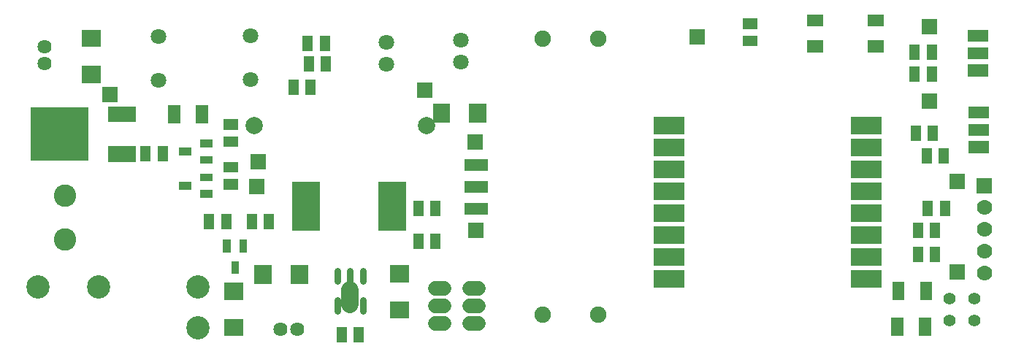
<source format=gts>
G04 Layer: TopSolderMaskLayer*
G04 EasyEDA v6.4.14, 2021-01-13T22:08:33+05:30*
G04 86367838682644779aaaf904656d52d0,3bf0aa112e6740ff84f30f28e6d2add8,10*
G04 Gerber Generator version 0.2*
G04 Scale: 100 percent, Rotated: No, Reflected: No *
G04 Dimensions in millimeters *
G04 leading zeros omitted , absolute positions ,4 integer and 5 decimal *
%FSLAX45Y45*%
%MOMM*%

%ADD49C,1.7032*%
%ADD50C,0.7832*%
%ADD51C,2.0032*%
%ADD56C,1.9032*%
%ADD58C,1.6256*%
%ADD59C,2.7032*%
%ADD60C,1.7780*%
%ADD63R,2.7432X1.4732*%
%ADD66C,1.8032*%
%ADD70C,1.3970*%
%ADD73C,2.6032*%

%LPD*%
D49*
X5360200Y812800D02*
G01*
X5460199Y812800D01*
X5360200Y612800D02*
G01*
X5460199Y612800D01*
X5360200Y412800D02*
G01*
X5460199Y412800D01*
X4960200Y812800D02*
G01*
X5060200Y812800D01*
X4960200Y612800D02*
G01*
X5060200Y612800D01*
X4960200Y412800D02*
G01*
X5060200Y412800D01*
D50*
X4125112Y1018425D02*
G01*
X4125112Y896426D01*
X3975100Y1018428D02*
G01*
X3975100Y836429D01*
X3825087Y1018425D02*
G01*
X3825087Y896426D01*
D51*
X3975100Y797392D02*
G01*
X3975100Y627392D01*
D50*
X3825087Y678421D02*
G01*
X3825087Y556422D01*
X4125112Y678421D02*
G01*
X4125112Y556422D01*
G36*
X2596388Y983487D02*
G01*
X2596388Y1128776D01*
X2686811Y1128776D01*
X2686811Y983487D01*
G37*
G36*
X2478277Y1499870D02*
G01*
X2478277Y1675129D01*
X2598674Y1675129D01*
X2598674Y1499870D01*
G37*
G36*
X2278125Y1499870D02*
G01*
X2278125Y1675129D01*
X2398522Y1675129D01*
X2398522Y1499870D01*
G37*
G36*
X7496047Y2603500D02*
G01*
X7496047Y2806700D01*
X7845552Y2806700D01*
X7845552Y2603500D01*
G37*
G36*
X9782047Y825500D02*
G01*
X9782047Y1028700D01*
X10131552Y1028700D01*
X10131552Y825500D01*
G37*
G36*
X9782047Y1079500D02*
G01*
X9782047Y1282700D01*
X10131552Y1282700D01*
X10131552Y1079500D01*
G37*
G36*
X9782047Y1333500D02*
G01*
X9782047Y1536700D01*
X10131552Y1536700D01*
X10131552Y1333500D01*
G37*
G36*
X9782047Y1587500D02*
G01*
X9782047Y1790700D01*
X10131552Y1790700D01*
X10131552Y1587500D01*
G37*
G36*
X9782047Y1841500D02*
G01*
X9782047Y2044700D01*
X10131552Y2044700D01*
X10131552Y1841500D01*
G37*
G36*
X9782047Y2095500D02*
G01*
X9782047Y2298700D01*
X10131552Y2298700D01*
X10131552Y2095500D01*
G37*
G36*
X9782047Y2349500D02*
G01*
X9782047Y2552700D01*
X10131552Y2552700D01*
X10131552Y2349500D01*
G37*
G36*
X9782047Y2603500D02*
G01*
X9782047Y2806700D01*
X10131552Y2806700D01*
X10131552Y2603500D01*
G37*
G36*
X7496047Y825500D02*
G01*
X7496047Y1028700D01*
X7845552Y1028700D01*
X7845552Y825500D01*
G37*
G36*
X7496047Y1079500D02*
G01*
X7496047Y1282700D01*
X7845552Y1282700D01*
X7845552Y1079500D01*
G37*
G36*
X7496047Y1333500D02*
G01*
X7496047Y1536700D01*
X7845552Y1536700D01*
X7845552Y1333500D01*
G37*
G36*
X7496047Y1587500D02*
G01*
X7496047Y1790700D01*
X7845552Y1790700D01*
X7845552Y1587500D01*
G37*
G36*
X7496047Y1841500D02*
G01*
X7496047Y2044700D01*
X7845552Y2044700D01*
X7845552Y1841500D01*
G37*
G36*
X7496047Y2095500D02*
G01*
X7496047Y2298700D01*
X7845552Y2298700D01*
X7845552Y2095500D01*
G37*
G36*
X7496047Y2349500D02*
G01*
X7496047Y2552700D01*
X7845552Y2552700D01*
X7845552Y2349500D01*
G37*
G36*
X3256025Y3061970D02*
G01*
X3256025Y3237229D01*
X3376422Y3237229D01*
X3376422Y3061970D01*
G37*
G36*
X3456177Y3061970D02*
G01*
X3456177Y3237229D01*
X3576320Y3237229D01*
X3576320Y3061970D01*
G37*
G36*
X1986787Y2355087D02*
G01*
X1986787Y2445512D01*
X2132075Y2445512D01*
X2132075Y2355087D01*
G37*
G36*
X2236724Y2450084D02*
G01*
X2236724Y2540507D01*
X2382011Y2540507D01*
X2382011Y2450084D01*
G37*
G36*
X2236724Y2260092D02*
G01*
X2236724Y2350515D01*
X2382011Y2350515D01*
X2382011Y2260092D01*
G37*
D56*
G01*
X6852920Y512318D03*
G01*
X6202934Y512318D03*
G01*
X6202934Y3712463D03*
G01*
X6852920Y3712463D03*
G36*
X10567415Y263144D02*
G01*
X10567415Y473455D01*
X10707624Y473455D01*
X10707624Y263144D01*
G37*
G36*
X10247375Y263144D02*
G01*
X10247375Y473455D01*
X10387584Y473455D01*
X10387584Y263144D01*
G37*
G36*
X10580115Y682244D02*
G01*
X10580115Y892555D01*
X10720324Y892555D01*
X10720324Y682244D01*
G37*
G36*
X10260075Y682244D02*
G01*
X10260075Y892555D01*
X10400284Y892555D01*
X10400284Y682244D01*
G37*
D51*
G01*
X4860797Y2705100D03*
G01*
X2860802Y2705100D03*
D58*
G01*
X431800Y3418839D03*
G01*
X431800Y3616960D03*
G01*
X3362959Y342900D03*
G01*
X3164840Y342900D03*
D59*
G01*
X2207691Y831900D03*
G01*
X1057706Y831900D03*
G01*
X357708Y831900D03*
G01*
X2207691Y361899D03*
D60*
G01*
X11328400Y990600D03*
G01*
X11328400Y1244600D03*
G01*
X11328400Y1498600D03*
G01*
X11328400Y1752600D03*
G36*
X11239500Y1917700D02*
G01*
X11239500Y2095500D01*
X11417300Y2095500D01*
X11417300Y1917700D01*
G37*
G36*
X4749800Y3022600D02*
G01*
X4749800Y3200400D01*
X4927600Y3200400D01*
X4927600Y3022600D01*
G37*
G36*
X10922000Y1968500D02*
G01*
X10922000Y2146300D01*
X11099800Y2146300D01*
X11099800Y1968500D01*
G37*
G36*
X10922000Y914400D02*
G01*
X10922000Y1092200D01*
X11099800Y1092200D01*
X11099800Y914400D01*
G37*
G36*
X5334000Y2425700D02*
G01*
X5334000Y2603500D01*
X5511800Y2603500D01*
X5511800Y2425700D01*
G37*
G36*
X5346700Y1397000D02*
G01*
X5346700Y1574800D01*
X5524500Y1574800D01*
X5524500Y1397000D01*
G37*
G36*
X2806700Y1905000D02*
G01*
X2806700Y2082800D01*
X2984500Y2082800D01*
X2984500Y1905000D01*
G37*
G36*
X2819400Y2197100D02*
G01*
X2819400Y2374900D01*
X2997200Y2374900D01*
X2997200Y2197100D01*
G37*
G36*
X1104900Y2971800D02*
G01*
X1104900Y3149600D01*
X1282700Y3149600D01*
X1282700Y2971800D01*
G37*
G36*
X7912100Y3644900D02*
G01*
X7912100Y3822700D01*
X8089900Y3822700D01*
X8089900Y3644900D01*
G37*
G36*
X10604500Y2895600D02*
G01*
X10604500Y3073400D01*
X10782300Y3073400D01*
X10782300Y2895600D01*
G37*
G36*
X10604500Y3759200D02*
G01*
X10604500Y3937000D01*
X10782300Y3937000D01*
X10782300Y3759200D01*
G37*
G36*
X4302252Y1480057D02*
G01*
X4302252Y2050542D01*
X4622545Y2050542D01*
X4622545Y1480057D01*
G37*
G36*
X3302254Y1480057D02*
G01*
X3302254Y2050542D01*
X3622547Y2050542D01*
X3622547Y1480057D01*
G37*
D63*
G01*
X5435600Y1739900D03*
G01*
X5435600Y1993900D03*
G01*
X5435600Y2247900D03*
G36*
X2503170Y1960626D02*
G01*
X2503170Y2081021D01*
X2678429Y2081021D01*
X2678429Y1960626D01*
G37*
G36*
X2503170Y2160778D02*
G01*
X2503170Y2281173D01*
X2678429Y2281173D01*
X2678429Y2160778D01*
G37*
G36*
X4703825Y1271270D02*
G01*
X4703825Y1446529D01*
X4824222Y1446529D01*
X4824222Y1271270D01*
G37*
G36*
X4903977Y1271270D02*
G01*
X4903977Y1446529D01*
X5024374Y1446529D01*
X5024374Y1271270D01*
G37*
G36*
X2503170Y2656078D02*
G01*
X2503170Y2776473D01*
X2678429Y2776473D01*
X2678429Y2656078D01*
G37*
G36*
X2503170Y2455926D02*
G01*
X2503170Y2576321D01*
X2678429Y2576321D01*
X2678429Y2455926D01*
G37*
G36*
X4703825Y1652270D02*
G01*
X4703825Y1827529D01*
X4824222Y1827529D01*
X4824222Y1652270D01*
G37*
G36*
X4903977Y1652270D02*
G01*
X4903977Y1827529D01*
X5024374Y1827529D01*
X5024374Y1652270D01*
G37*
G36*
X3814825Y191770D02*
G01*
X3814825Y367029D01*
X3935222Y367029D01*
X3935222Y191770D01*
G37*
G36*
X4014977Y191770D02*
G01*
X4014977Y367029D01*
X4135374Y367029D01*
X4135374Y191770D01*
G37*
G36*
X1541526Y2287270D02*
G01*
X1541526Y2462529D01*
X1661921Y2462529D01*
X1661921Y2287270D01*
G37*
G36*
X1741678Y2287270D02*
G01*
X1741678Y2462529D01*
X1862073Y2462529D01*
X1862073Y2287270D01*
G37*
G36*
X10495025Y1118870D02*
G01*
X10495025Y1294129D01*
X10615422Y1294129D01*
X10615422Y1118870D01*
G37*
G36*
X10695177Y1118870D02*
G01*
X10695177Y1294129D01*
X10815574Y1294129D01*
X10815574Y1118870D01*
G37*
G36*
X10495025Y1398270D02*
G01*
X10495025Y1573529D01*
X10615422Y1573529D01*
X10615422Y1398270D01*
G37*
G36*
X10695177Y1398270D02*
G01*
X10695177Y1573529D01*
X10815574Y1573529D01*
X10815574Y1398270D01*
G37*
G36*
X10609325Y1652270D02*
G01*
X10609325Y1827529D01*
X10729722Y1827529D01*
X10729722Y1652270D01*
G37*
G36*
X10809477Y1652270D02*
G01*
X10809477Y1827529D01*
X10929874Y1827529D01*
X10929874Y1652270D01*
G37*
G36*
X2773425Y1499870D02*
G01*
X2773425Y1675129D01*
X2893822Y1675129D01*
X2893822Y1499870D01*
G37*
G36*
X2973577Y1499870D02*
G01*
X2973577Y1675129D01*
X3093974Y1675129D01*
X3093974Y1499870D01*
G37*
G36*
X10669777Y2528570D02*
G01*
X10669777Y2703829D01*
X10790174Y2703829D01*
X10790174Y2528570D01*
G37*
G36*
X10469625Y2528570D02*
G01*
X10469625Y2703829D01*
X10590022Y2703829D01*
X10590022Y2528570D01*
G37*
G36*
X10796777Y2261870D02*
G01*
X10796777Y2437129D01*
X10917174Y2437129D01*
X10917174Y2261870D01*
G37*
G36*
X10596625Y2261870D02*
G01*
X10596625Y2437129D01*
X10717022Y2437129D01*
X10717022Y2261870D01*
G37*
G36*
X3433825Y3328670D02*
G01*
X3433825Y3503929D01*
X3554222Y3503929D01*
X3554222Y3328670D01*
G37*
G36*
X3633977Y3328670D02*
G01*
X3633977Y3503929D01*
X3754374Y3503929D01*
X3754374Y3328670D01*
G37*
G36*
X10657077Y3214370D02*
G01*
X10657077Y3389629D01*
X10777474Y3389629D01*
X10777474Y3214370D01*
G37*
G36*
X10456925Y3214370D02*
G01*
X10456925Y3389629D01*
X10577322Y3389629D01*
X10577322Y3214370D01*
G37*
G36*
X10657077Y3468370D02*
G01*
X10657077Y3643629D01*
X10777474Y3643629D01*
X10777474Y3468370D01*
G37*
G36*
X10456925Y3468370D02*
G01*
X10456925Y3643629D01*
X10577322Y3643629D01*
X10577322Y3468370D01*
G37*
G36*
X9270238Y3851655D02*
G01*
X9270238Y3992118D01*
X9460738Y3992118D01*
X9460738Y3851655D01*
G37*
G36*
X9270238Y3551681D02*
G01*
X9270238Y3692144D01*
X9460738Y3692144D01*
X9460738Y3551681D01*
G37*
G36*
X9970261Y3851655D02*
G01*
X9970261Y3992118D01*
X10160761Y3992118D01*
X10160761Y3851655D01*
G37*
G36*
X9970261Y3551681D02*
G01*
X9970261Y3692144D01*
X10160761Y3692144D01*
X10160761Y3551681D01*
G37*
D66*
G01*
X4394200Y3668293D03*
G01*
X4394200Y3418306D03*
G01*
X5257800Y3693693D03*
G01*
X5257800Y3443706D03*
G36*
X8522970Y3824478D02*
G01*
X8522970Y3944873D01*
X8698229Y3944873D01*
X8698229Y3824478D01*
G37*
G36*
X8522970Y3624326D02*
G01*
X8522970Y3744721D01*
X8698229Y3744721D01*
X8698229Y3624326D01*
G37*
G36*
X3621277Y3569970D02*
G01*
X3621277Y3745229D01*
X3741674Y3745229D01*
X3741674Y3569970D01*
G37*
G36*
X3421125Y3569970D02*
G01*
X3421125Y3745229D01*
X3541522Y3745229D01*
X3541522Y3569970D01*
G37*
G01*
X2819400Y3238500D03*
G01*
X2819400Y3746500D03*
G01*
X1752600Y3225800D03*
G01*
X1752600Y3733800D03*
G36*
X1986787Y1961387D02*
G01*
X1986787Y2051812D01*
X2132075Y2051812D01*
X2132075Y1961387D01*
G37*
G36*
X2236724Y2056384D02*
G01*
X2236724Y2146807D01*
X2382011Y2146807D01*
X2382011Y2056384D01*
G37*
G36*
X2236724Y1866392D02*
G01*
X2236724Y1956815D01*
X2382011Y1956815D01*
X2382011Y1866392D01*
G37*
G36*
X2501391Y1233423D02*
G01*
X2501391Y1378712D01*
X2591815Y1378712D01*
X2591815Y1233423D01*
G37*
G36*
X2691384Y1233423D02*
G01*
X2691384Y1378712D01*
X2781808Y1378712D01*
X2781808Y1233423D01*
G37*
G36*
X867663Y3614928D02*
G01*
X867663Y3815334D01*
X1088136Y3815334D01*
X1088136Y3614928D01*
G37*
G36*
X867663Y3195065D02*
G01*
X867663Y3395471D01*
X1088136Y3395471D01*
X1088136Y3195065D01*
G37*
G36*
X5354827Y2734563D02*
G01*
X5354827Y2955036D01*
X5555234Y2955036D01*
X5555234Y2734563D01*
G37*
G36*
X4934965Y2734563D02*
G01*
X4934965Y2955036D01*
X5135372Y2955036D01*
X5135372Y2734563D01*
G37*
G36*
X4436363Y884428D02*
G01*
X4436363Y1084834D01*
X4656836Y1084834D01*
X4656836Y884428D01*
G37*
G36*
X4436363Y464565D02*
G01*
X4436363Y664971D01*
X4656836Y664971D01*
X4656836Y464565D01*
G37*
G36*
X2864865Y867663D02*
G01*
X2864865Y1088136D01*
X3065272Y1088136D01*
X3065272Y867663D01*
G37*
G36*
X3284727Y867663D02*
G01*
X3284727Y1088136D01*
X3485134Y1088136D01*
X3485134Y867663D01*
G37*
G36*
X2518663Y681228D02*
G01*
X2518663Y881634D01*
X2739136Y881634D01*
X2739136Y681228D01*
G37*
G36*
X2518663Y261365D02*
G01*
X2518663Y461771D01*
X2739136Y461771D01*
X2739136Y261365D01*
G37*
G36*
X11146790Y2784855D02*
G01*
X11146790Y2925063D01*
X11383009Y2925063D01*
X11383009Y2784855D01*
G37*
G36*
X11146790Y2584195D02*
G01*
X11146790Y2724404D01*
X11383009Y2724404D01*
X11383009Y2584195D01*
G37*
G36*
X11146790Y2383536D02*
G01*
X11146790Y2523744D01*
X11383009Y2523744D01*
X11383009Y2383536D01*
G37*
G36*
X11134090Y3673855D02*
G01*
X11134090Y3814063D01*
X11370309Y3814063D01*
X11370309Y3673855D01*
G37*
G36*
X11134090Y3473195D02*
G01*
X11134090Y3613404D01*
X11370309Y3613404D01*
X11370309Y3473195D01*
G37*
G36*
X11134090Y3272536D02*
G01*
X11134090Y3412744D01*
X11370309Y3412744D01*
X11370309Y3272536D01*
G37*
D70*
G01*
X11214100Y698500D03*
G01*
X11214100Y444500D03*
G01*
X10922000Y698500D03*
G01*
X10922000Y444500D03*
G36*
X1865376Y2726944D02*
G01*
X1865376Y2937255D01*
X2005584Y2937255D01*
X2005584Y2726944D01*
G37*
G36*
X2185415Y2726944D02*
G01*
X2185415Y2937255D01*
X2325624Y2937255D01*
X2325624Y2726944D01*
G37*
G36*
X268478Y2293365D02*
G01*
X268478Y2913634D01*
X938784Y2913634D01*
X938784Y2293365D01*
G37*
G36*
X1166876Y2283460D02*
G01*
X1166876Y2463800D01*
X1487170Y2463800D01*
X1487170Y2283460D01*
G37*
G36*
X1166113Y2743200D02*
G01*
X1166113Y2923539D01*
X1486662Y2923539D01*
X1486662Y2743200D01*
G37*
D73*
G01*
X673100Y1384300D03*
G01*
X673100Y1892300D03*
M02*

</source>
